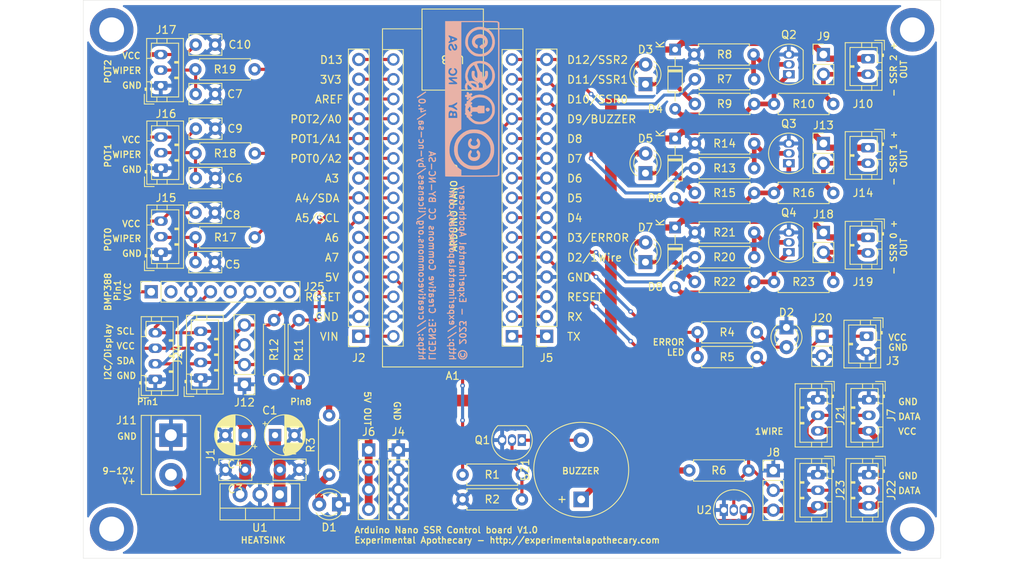
<source format=kicad_pcb>
(kicad_pcb (version 20221018) (generator pcbnew)
  (layers (0 "F.Cu" signal "Front") (31 "B.Cu" signal "Back") (34 "B.Paste" user) (35 "F.Paste" user) (36 "B.SilkS" user "B.Silkscreen") (37 "F.SilkS" user "F.Silkscreen") (38 "B.Mask" user) (39 "F.Mask" user) (44 "Edge.Cuts" user))
  (net 0 "")
  (net 1 "/D1")
  (net 2 "/D0")
  (net 3 "/RESET")
  (net 4 "GND")
  (net 5 "/1Wire_BUS")
  (net 6 "/D4")
  (net 7 "/D5")
  (net 8 "/D6")
  (net 9 "/D7")
  (net 10 "/D8")
  (net 11 "/SSR_Out0")
  (net 12 "/SSR_Out1")
  (net 13 "/SSR_Out2")
  (net 14 "/D13")
  (net 15 "/P3V3")
  (net 16 "/AREF")
  (net 17 "/SSR_Pot0")
  (net 18 "/SSR_Pot1")
  (net 19 "/SSR_Pot2")
  (net 20 "/A3")
  (net 21 "/SDA")
  (net 22 "/SCL")
  (net 23 "/A6")
  (net 24 "/A7")
  (net 25 "VCC")
  (net 26 "/RESET2")
  (net 27 "/VIN")
  (net 28 "Net-(J1-Pin_2)")
  (net 29 "Net-(D1-A)")
  (net 30 "Net-(D2-A)")
  (net 31 "Net-(D4-A)")
  (net 32 "Net-(J15-Pin_2)")
  (net 33 "Net-(BZ1-+)")
  (net 34 "Net-(Q1-B)")
  (net 35 "Net-(Q2-B)")
  (net 36 "Net-(Q3-B)")
  (net 37 "Net-(Q4-B)")
  (net 38 "/Pin_Buzzer")
  (net 39 "Net-(D3-K)")
  (net 40 "Net-(J16-Pin_2)")
  (net 41 "Net-(J17-Pin_2)")
  (net 42 "/Error_LED")
  (net 43 "Net-(D5-K)")
  (net 44 "Net-(D6-A)")
  (net 45 "Net-(D7-K)")
  (net 46 "Net-(D8-A)")
  (net 47 "Net-(J20-Pin_1)")
  (net 48 "Net-(J10-Pin_2)")
  (net 49 "Net-(J13-Pin_2)")
  (net 50 "Net-(J18-Pin_2)")
  (footprint "Resistor_THT:R_Axial_DIN0207_L6.3mm_D2.5mm_P7.62mm_Horizontal" (layer "F.Cu") (at 165.1 72.39)
    (fp_text reference "R20")
    (fp_text value "1k")
  )
  (footprint "Resistor_THT:R_Axial_DIN0207_L6.3mm_D2.5mm_P7.62mm_Horizontal" (layer "F.Cu") (at 100.925 48.26)
    (fp_text reference "R19")
    (fp_text value "127R")
  )
  (footprint "MountingHole:MountingHole_3.2mm_M3_DIN965_Pad" (layer "F.Cu") (at 90.17 107.315)
    (fp_text reference "REF**" hide)
    (fp_text value "MountingHole_3.2mm_M3_DIN965_Pad")
  )
  (footprint "LED_THT:LED_D3.0mm" (layer "F.Cu") (at 158.75 73.025 90)
    (fp_text reference "D7")
    (fp_text value "LED")
  )
  (footprint "Package_TO_SOT_THT:TO-92_Inline" (layer "F.Cu") (at 177.165 71.755 90)
    (fp_text reference "Q4")
    (fp_text value "BC338")
  )
  (footprint "Connector_JST:JST_PH_B2B-PH-K_1x02_P2.00mm_Vertical" (layer "F.Cu") (at 187.325 58.325 -90)
    (fp_text reference "J14")
    (fp_text value "Con_SSR_Out1")
  )
  (footprint "Connector_JST:JST_PH_B3B-PH-K_1x03_P2.00mm_Vertical" (layer "F.Cu") (at 187.44 100.33 -90)
    (fp_text reference "J22")
    (fp_text value "Con_1Wire_00")
  )
  (footprint "LED_THT:LED_D3.0mm" (layer "F.Cu") (at 158.75 61.595 90)
    (fp_text reference "D5")
    (fp_text value "LED")
  )
  (footprint "Resistor_THT:R_Axial_DIN0207_L6.3mm_D2.5mm_P7.62mm_Horizontal" (layer "F.Cu") (at 135.255 103.505)
    (fp_text reference "R2")
    (fp_text value "10k")
  )
  (footprint "Capacitor_THT:C_Rect_L4.0mm_W2.5mm_P2.50mm" (layer "F.Cu") (at 103.465 45.085 180)
    (fp_text reference "C10")
    (fp_text value "100n")
  )
  (footprint "Capacitor_THT:C_Rect_L4.0mm_W2.5mm_P2.50mm" (layer "F.Cu") (at 103.445 73.025 180)
    (fp_text reference "C5")
    (fp_text value "6n8")
  )
  (footprint "TerminalBlock:TerminalBlock_bornier-2_P5.08mm" (layer "F.Cu") (at 97.79 95.25 -90)
    (fp_text reference "J1")
    (fp_text value "PWR_IN")
  )
  (footprint "Resistor_THT:R_Axial_DIN0207_L6.3mm_D2.5mm_P7.62mm_Horizontal" (layer "F.Cu") (at 165.435 82.045)
    (fp_text reference "R4")
    (fp_text value "300R")
  )
  (footprint "Resistor_THT:R_Axial_DIN0207_L6.3mm_D2.5mm_P7.62mm_Horizontal" (layer "F.Cu") (at 135.255 100.33)
    (fp_text reference "R1")
    (fp_text value "1k")
  )
  (footprint "Diode_THT:D_DO-34_SOD68_P7.62mm_Horizontal" (layer "F.Cu") (at 162.56 45.715 -90)
    (fp_text reference "D4")
    (fp_text value "D")
  )
  (footprint "Connector_JST:JST_PH_B3B-PH-K_1x03_P2.00mm_Vertical" (layer "F.Cu") (at 180.89 100.33 -90)
    (fp_text reference "J23")
    (fp_text value "Con_1Wire_00")
  )
  (footprint "Resistor_THT:R_Axial_DIN0207_L6.3mm_D2.5mm_P7.62mm_Horizontal" (layer "F.Cu") (at 165.1 57.785)
    (fp_text reference "R14")
    (fp_text value "10k")
  )
  (footprint "Module:Arduino_Nano" (layer "F.Cu") (at 141.605 82.55 180)
    (fp_text reference "A1")
    (fp_text value "Arduino_Nano_v3.x")
  )
  (footprint "MountingHole:MountingHole_3.2mm_M3_DIN965_Pad" (layer "F.Cu") (at 193.04 43.18)
    (fp_text reference "REF**" hide)
    (fp_text value "MountingHole_3.2mm_M3_DIN965_Pad")
  )
  (footprint "Buzzer_Beeper:Buzzer_12x9.5RM7.6" (layer "F.Cu") (at 150.495 103.505 90)
    (fp_text reference "BZ1")
    (fp_text value "Buzzer")
  )
  (footprint "Package_TO_SOT_THT:TO-92_Inline" (layer "F.Cu") (at 168.825 104.87)
    (fp_text reference "U2")
    (fp_text value "DS18B20")
  )
  (footprint "Package_TO_SOT_THT:TO-92_Inline" (layer "F.Cu") (at 177.165 48.895 90)
    (fp_text reference "Q2")
    (fp_text value "BC338")
  )
  (footprint "Diode_THT:D_DO-34_SOD68_P7.62mm_Horizontal" (layer "F.Cu") (at 162.56 68.58 -90)
    (fp_text reference "D8")
    (fp_text value "D")
  )
  (footprint "Capacitor_THT:C_Rect_L4.0mm_W2.5mm_P2.50mm" (layer "F.Cu") (at 103.485 55.88 180)
    (fp_text reference "C9")
    (fp_text value "100n")
  )
  (footprint "Resistor_THT:R_Axial_DIN0207_L6.3mm_D2.5mm_P7.62mm_Horizontal" (layer "F.Cu") (at 111.04 80.47 -90)
    (fp_text reference "R12")
    (fp_text value "4k7")
  )
  (footprint "Connector_JST:JST_PH_B3B-PH-K_1x03_P2.00mm_Vertical" (layer "F.Cu") (at 187.44 90.71 -90)
    (fp_text reference "J7")
    (fp_text value "Con_1Wire_00")
  )
  (footprint "Connector_JST:JST_PH_B2B-PH-K_1x02_P2.00mm_Vertical" (layer "F.Cu") (at 187.325 69.85 -90)
    (fp_text reference "J19")
    (fp_text value "Con_SSR_Out0")
  )
  (footprint "Connector_PinSocket_2.54mm:PinSocket_1x15_P2.54mm_Vertical" (layer "F.Cu") (at 146.05 82.55 180)
    (fp_text reference "J5")
    (fp_text value "Conn_01x15_Pin")
  )
  (footprint "Diode_THT:D_DO-34_SOD68_P7.62mm_Horizontal" (layer "F.Cu") (at 162.56 57.145 -90)
    (fp_text reference "D6")
    (fp_text value "D")
  )
  (footprint "MountingHole:MountingHole_3.2mm_M3_DIN965_Pad" (layer "F.Cu") (at 193.04 107.315)
    (fp_text reference "REF**" hide)
    (fp_text value "MountingHole_3.2mm_M3_DIN965_Pad")
  )
  (footprint "Connector_PinSocket_2.54mm:PinSocket_1x15_P2.54mm_Vertical" (layer "F.Cu") (at 121.92 82.55 180)
    (fp_text reference "J2")
    (fp_text value "Conn_01x15_Pin")
  )
  (footprint "LED_THT:LED_D3.0mm" (layer "F.Cu") (at 158.75 50.165 90)
    (fp_text reference "D3")
    (fp_text value "LED")
  )
  (footprint "Resistor_THT:R_Axial_DIN0207_L6.3mm_D2.5mm_P7.62mm_Horizontal" (layer "F.Cu") (at 165.1 60.96)
    (fp_text reference "R13")
    (fp_text value "1k")
  )
  (footprint "Capacitor_THT:C_Rect_L4.0mm_W2.5mm_P2.50mm" (layer "F.Cu") (at 103.465 51.435 180)
    (fp_text reference "C7")
    (fp_text value "6n8")
  )
  (footprint "Capacitor_THT:CP_Radial_D5.0mm_P2.50mm" (layer "F.Cu") (at 111.165 95.25)
    (fp_text reference "C1")
    (fp_text value "0.33uF")
  )
  (footprint "Resistor_THT:R_Axial_DIN0207_L6.3mm_D2.5mm_P7.62mm_Horizontal" (layer "F.Cu") (at 175.26 75.565)
    (fp_text reference "R23")
    (fp_text value "120R")
  )
  (footprint "Connector_JST:JST_PH_B3B-PH-K_1x03_P2.00mm_Vertical" (layer "F.Cu") (at 96.48 50.355 90)
    (fp_text reference "J17")
    (fp_text value "Con_SSR_Pot_02")
  )
  (footprint "LED_THT:LED_D3.0mm" (layer "F.Cu") (at 176.865 81.41 -90)
    (fp_text reference "D2")
    (fp_text value "LED")
  )
  (footprint "Resistor_THT:R_Axial_DIN0207_L6.3mm_D2.5mm_P7.62mm_Horizontal" (layer "F.Cu") (at 165.1 49.53)
    (fp_text reference "R7")
    (fp_text value "1k")
  )
  (footprint "Connector_JST:JST_PH_B3B-PH-K_1x03_P2.00mm_Vertical" (layer "F.Cu") (at 96.5 71.755 90)
    (fp_text reference "J15")
    (fp_text value "Con_SSR_Pot_00")
  )
  (footprint "Capacitor_THT:C_Rect_L4.0mm_W2.5mm_P2.50mm" (layer "F.Cu") (at 111.78 99.695)
    (fp_text reference "C2")
    (fp_text value "C")
  )
  (footprint "Resistor_THT:R_Axial_DIN0207_L6.3mm_D2.5mm_P7.62mm_Horizontal" (layer "F.Cu") (at 100.945 69.85)
    (fp_text reference "R17")
    (fp_text value "127R")
  )
  (footprint "Connector_JST:JST_PH_B2B-PH-K_1x02_P2.00mm_Vertical" (layer "F.Cu") (at 187.325 46.895 -90)
    (fp_text reference "J10")
    (fp_text value "Con_SSR_Out2")
  )
  (footprint "Connector_PinHeader_2.54mm:PinHeader_1x03_P2.54mm_Vertical" (layer "F.Cu") (at 175.175 99.805)
    (fp_text reference "J8")
    (fp_text value "Con_1Wire_Pin")
  )
  (footprint "Connector_PinHeader_2.54mm:PinHeader_1x02_P2.54mm_Vertical" (layer "F.Cu") (at 181.61 46.355)
    (fp_text reference "J9")
    (fp_text value "Con_SSR_Pin2")
  )
  (footprint "Capacitor_THT:C_Rect_L4.0mm_W2.5mm_P2.50mm" (layer "F.Cu") (at 107.315 99.695 180)
    (fp_text reference "C3")
    (fp_text value "C")
  )
  (footprint "Capacitor_THT:C_Rect_L4.0mm_W2.5mm_P2.50mm" (layer "F.Cu") (at 103.485 62.23 180)
    (fp_text reference "C6")
    (fp_text value "6n8")
  )
  (footprint "Connector_PinHeader_2.54mm:PinHeader_1x02_P2.54mm_Vertical" (layer "F.Cu") (at 181.44 82.545)
    (fp_text reference "J20")
    (fp_text value "Con_Error_Led")
  )
  (footprint "Resistor_THT:R_Axial_DIN0207_L6.3mm_D2.5mm_P7.62mm_Horizontal" (layer "F.Cu") (at 175.26 64.135)
    (fp_text reference "R16")
    (fp_text value "120R")
  )
  (footprint "Connector_PinHeader_2.54mm:PinHeader_1x02_P2.54mm_Vertical" (layer "F.Cu") (at 181.61 57.78)
    (fp_text reference "J13")
    (fp_text value "Con_SSR_Pin1")
  )
  (footprint "Resistor_THT:R_Axial_DIN0207_L6.3mm_D2.5mm_P7.62mm_Horizontal" (layer "F.Cu") (at 114.215 80.47 -90)
    (fp_text reference "R11")
    (fp_text value "4k7")
  )
  (footprint "Resistor_THT:R_Axial_DIN0207_L6.3mm_D2.5mm_P7.62mm_Horizontal" (layer "F.Cu") (at 175.26 52.705)
    (fp_text reference "R10")
    (fp_text value "120R")
  )
  (footprint "Connector_PinSocket_2.54mm:PinSocket_1x08_P2.54mm_Vertical" (layer "F.Cu") (at 95.25 76.835 90)
    (fp_text reference "J25")
    (fp_text value "Conn_I2C_BMP388")
  )
  (footprint "Package_TO_SOT_THT:TO-220-3_Vertical" (layer "F.Cu") (at 111.76 102.87 180)
    (fp_text reference "U1")
    (fp_text value "LM7805_TO220")
  )
  (footprint "Connector_JST:JST_PH_B2B-PH-K_1x02_P2.00mm_Vertical" (layer "F.Cu") (at 187.155 82.55 -90)
    (fp_text reference "J3")
    (fp_text value "Con_Error_Led")
  )
  (footprint "Connector_JST:JST_PH_B3B-PH-K_1x03_P2.00mm_Vertical" (layer "F.Cu") (at 180.89 90.71 -90)
    (fp_text reference "J21")
    (fp_text value "Con_1Wire_00")
  )
  (footprint "MountingHole:MountingHole_3.2mm_M3_DIN965_Pad" (layer "F.Cu") (at 90.17 43.18)
    (fp_text reference "REF**" hide)
    (fp_text value "MountingHole_3.2mm_M3_DIN965_Pad")
  )
  (footprint "Resistor_THT:R_Axial_DIN0207_L6.3mm_D2.5mm_P7.62mm_Horizontal" (layer "F.Cu") (at 165.1 52.705)
    (fp_text reference "R9")
    (fp_text value "300R")
  )
  (footprint "Resistor_THT:R_Axial_DIN0207_L6.3mm_D2.5mm_P7.62mm_Horizontal" (layer "F.Cu") (at 100.945 59.055)
    (fp_text reference "R18")
    (fp_text value "127R")
  )
  (footprint "Connector_PinHeader_2.54mm:PinHeader_1x04_P2.54mm_Vertical" (layer "F.Cu") (at 123.19 97.155)
    (fp_text reference "J6")
    (fp_text value "5v_Pins")
  )
  (footprint "Resistor_THT:R_Axial_DIN0207_L6.3mm_D2.5mm_P7.62mm_Horizontal" (layer "F.Cu") (at 165.1 69.215)
    (fp_text reference "R21")
    (fp_text value "10k")
  )
  (footprint "Connector_JST:JST_PH_B3B-PH-K_1x03_P2.00mm_Vertical" (layer "F.Cu") (at 96.5 60.96 90)
    (fp_text reference "J16")
    (fp_text value "Con_SSR_Pot_01")
  )
  (footprint "Package_TO_SOT_THT:TO-92_Inline" (layer "F.Cu") (at 142.875 95.885 180)
    (fp_text reference "Q1")
    (fp_text value "BC338")
  )
  (footprint "Connector_PinHeader_2.54mm:PinHeader_1x02_P2.54mm_Vertical" (layer "F.Cu") (at 181.61 69.215)
    (fp_text reference "J18")
    (fp_text value "Con_SSR_Pin0")
  )
  (footprint "Capacitor_THT:CP_Radial_D5.0mm_P2.50mm" (layer "F.Cu") (at 107.275 95.25 180)
    (fp_text reference "C4")
    (fp_text value "0.1uF")
  )
  (footprint "Connector_PinHeader_2.54mm:PinHeader_1x04_P2.54mm_Vertical" (layer "F.Cu") (at 127 97.155)
    (fp_text reference "J4")
    (fp_text value "GND_Pins")
  )
  (footprint "Resistor_THT:R_Axial_DIN0207_L6.3mm_D2.5mm_P7.62mm_Horizontal" (layer "F.Cu") (at 165.435 85.22)
    (fp_text reference "R5")
    (fp_text value "300R")
  )
  (footprint "Capacitor_THT:C_Rect_L4.0mm_W2.5mm_P2.50mm" (layer "F.Cu") (at 103.445 66.675 180)
    (fp_text reference "C8")
    (fp_text value "100n")
  )
  (footprint "Package_TO_SOT_THT:TO-92_Inline" (layer "F.Cu") (at 177.165 60.325 90)
    (fp_text reference "Q3")
    (fp_text value "BC338")
  )
  (footprint "Resistor_THT:R_Axial_DIN0207_L6.3mm_D2.5mm_P7.62mm_Horizontal" (layer "F.Cu") (at 172 99.79 180)
    (fp_text reference "R6")
    (fp_text value "4k7")
  )
  (footprint "Connector_JST:JST_PH_B4B-PH-K_1x04_P2.00mm_Vertical" (layer "F.Cu") (at 101.6 87.915 90)
    (fp_text reference "J24")
    (fp_text value "Con_I2C_5V")
  )
  (footprint "Resistor_THT:R_Axial_DIN0207_L6.3mm_D2.5mm_P7.62mm_Horizontal" (layer "F.Cu") (at 165.1 75.565)
    (fp_text reference "R22")
    (fp_text value "300R")
  )
  (footprint "Connector_PinHeader_2.54mm:PinHeader_1x04_P2.54mm_Vertical" (layer "F.Cu") (at 107.23 88.725 180)
    (fp_text reference "J12")
    (fp_text value "Con_I2C_5V_Pin")
  )
  (footprint "LED_THT:LED_D3.0mm" (layer "F.Cu") (at 119.38 104.14 180)
    (fp_text reference "D1")
    (fp_text value "LED")
  )
  (footprint "Resistor_THT:R_Axial_DIN0207_L6.3mm_D2.5mm_P7.62mm_Horizontal" (layer "F.Cu") (at 165.015 46.355)
    (fp_text reference "R8")
    (fp_text value "10k")
  )
  (footprint "Connector_JST:JST_PH_B4B-PH-K_1x04_P2.00mm_Vertical" (layer "F.Cu") (at 95.78 88.09 90)
    (fp_text reference "J11")
    (fp_text value "Con_I2C_5V")
  )
  (footprint "Resistor_THT:R_Axial_DIN0207_L6.3mm_D2.5mm_P7.62mm_Horizontal" (layer "F.Cu") (at 165.1 64.135)
    (fp_text reference "R15")
    (fp_text value "300R")
  )
  (footprint "Resistor_THT:R_Axial_DIN0207_L6.3mm_D2.5mm_P7.62mm_Horizontal" (layer "F.Cu") (at 118.11 100.33 90)
    (fp_text reference "R3")
    (fp_text value "300R")
  )
  (footprint "LOGO" (layer "B.Cu") (at 136.525 52.07 90)
    (fp_text reference "G***")
    (fp_text value "LOGO" hide)
  )
  (gr_rect (start 86.525 39.37) (end 196.685 111.07) (stroke (width 0.0381)) (fill none) (layer "Edge.Cuts"))
  (gr_text "© 2023 - Experimental Apothecary\nhttp://experimentalapothecary.com\n\nLICENSE: Creative Commons CC BY-NC-SA\nhttps://creativecommons.org/licenses/by-nc-sa/4.0/" (at 129.54 85.725 -90) (layer "B.SilkS") (effects (font (size 0.8128 0.8128) (thickness 0.1524) bold) (justify left bottom mirror)))
  (gr_text "AREF" (at 116.205 52.705) (layer "F.SilkS") (effects (font (size 1 1)) (justify left bottom)))
  (gr_text "TX" (at 148.59 83.185) (layer "F.SilkS") (effects (font (size 1 1)) (justify left bottom)))
  (gr_text "POT1/A1" (at 113.03 57.785) (layer "F.SilkS") (effects (font (size 1 1)) (justify left bottom)))
  (gr_text "GND" (at 126.365 90.805 -90) (layer "F.SilkS") (effects (font (size 0.8128 0.8128) (thickness 0.1524) bold) (justify left bottom)))
  (gr_text "WIPER" (at 90.17 70.485) (layer "F.SilkS") (effects (font (size 0.8128 0.8128) (thickness 0.1524) bold) (justify left bottom)))
  (gr_text "WIPER" (at 90.17 48.895) (layer "F.SilkS") (effects (font (size 0.8128 0.8128) (thickness 0.1524) bold) (justify left bottom)))
  (gr_text "GND" (at 116.205 80.645) (layer "F.SilkS") (effects (font (size 1 1)) (justify left bottom)))
  (gr_text "1WIRE" (at 172.72 95.25) (layer "F.SilkS") (effects (font (size 0.8128 0.8128) (thickness 0.1524) bold) (justify left bottom)))
  (gr_text "9-12V" (at 88.9 100.33) (layer "F.SilkS") (effects (font (size 0.8128 0.8128) (thickness 0.1524) bold) (justify left bottom)))
  (gr_text "HEATSINK" (at 106.68 109.22) (layer "F.SilkS") (effects (font (size 0.8128 0.8128) (thickness 0.1524) bold) (justify left bottom)))
  (gr_text "BUZZER" (at 147.955 100.33) (layer "F.SilkS") (effects (font (size 0.8128 0.8128) (thickness 0.1524) bold) (justify left bottom)))
  (gr_text "D10/SSR0" (at 148.59 52.705) (layer "F.SilkS") (effects (font (size 1 1)) (justify left bottom)))
  (gr_text "D4" (at 148.59 67.945) (layer "F.SilkS") (effects (font (size 1 1)) (justify left bottom)))
  (gr_text "SDA" (at 90.72 86.185) (layer "F.SilkS") (effects (font (size 0.8128 0.8128) (thickness 0.1524) bold) (justify left bottom)))
  (gr_text "POT1" (at 90.17 60.96 90) (layer "F.SilkS") (effects (font (size 0.8128 0.8128) (thickness 0.1524) bold) (justify left bottom)))
  (gr_text "GND" (at 91.44 61.595) (layer "F.SilkS") (effects (font (size 0.8128 0.8128) (thickness 0.1524) bold) (justify left bottom)))
  (gr_text "D6" (at 148.59 62.865) (layer "F.SilkS") (effects (font (size 1 1)) (justify left bottom)))
  (gr_text "Pin1" (at 93.345 91.44) (layer "F.SilkS") (effects (font (size 0.8128 0.8128) (thickness 0.1524) bold) (justify left bottom)))
  (gr_text "ARDUINO NANO V3" (at 134.62 71.755 90) (layer "F.SilkS") (effects (font (size 0.8128 0.8128) (thickness 0.1524) bold) (justify left bottom)))
  (gr_text "5V" (at 117.475 75.565) (layer "F.SilkS") (effects (font (size 1 1)) (justify left bottom)))
  (gr_text "GND" (at 91.44 72.39) (layer "F.SilkS") (effects (font (size 0.8128 0.8128) (thickness 0.1524) bold) (justify left bottom)))
  (gr_text "GND" (at 191.135 91.44) (layer "F.SilkS") (effects (font (size 0.8128 0.8128) (thickness 0.1524) bold) (justify left bottom)))
  (gr_text "ERROR\nLED" (at 163.83 85.09) (layer "F.SilkS") (effects (font (size 0.8128 0.8128) (thickness 0.1524) bold) (justify right bottom)))
  (gr_text "VCC" (at 90.72 84.28) (layer "F.SilkS") (effects (font (size 0.8128 0.8128) (thickness 0.1524) bold) (justify left bottom)))
  (gr_text "A4/SDA" (at 113.665 65.405) (layer "F.SilkS") (effects (font (size 1 1)) (justify left bottom)))
  (gr_text "BMP388" (at 90.17 79.375 90) (layer "F.SilkS") (effects (font (size 0.8128 0.8128) (thickness 0.1524) bold) (justify left bottom)))
  (gr_text "GND" (at 90.805 95.885) (layer "F.SilkS") (effects (font (size 0.8128 0.8128) (thickness 0.1524) bold) (justify left bottom)))
  (gr_text "POT2/A0" (at 113.03 55.245) (layer "F.SilkS") (effects (font (size 1 1)) (justify left bottom)))
  (gr_text "GND" (at 148.59 75.565) (layer "F.SilkS") (effects (font (size 1 1)) (justify left bottom)))
  (gr_text "V+" (at 91.44 101.6) (layer "F.SilkS") (effects (font (size 0.8128 0.8128) (thickness 0.1524) bold) (justify left bottom)))
  (gr_text "D5" (at 148.59 65.405) (layer "F.SilkS") (effects (font (size 1 1)) (justify left bottom)))
  (gr_text "DATA" (at 191.135 102.87) (layer "F.SilkS") (effects (font (size 0.8128 0.8128) (thickness 0.1524) bold) (justify left bottom)))
  (gr_text "GND" (at 191.135 100.965) (layer "F.SilkS") (effects (font (size 0.8128 0.8128) (thickness 0.1524) bold) (justify left bottom)))
  (gr_text "5V OUT" (at 122.555 89.535 -90) (layer "F.SilkS") (effects (font (size 0.8128 0.8128) (thickness 0.1524) bold) (justify left bottom)))
  (gr_text "D12/SSR2" (at 148.59 47.625) (layer "F.SilkS") (effects (font (size 1 1)) (justify left bottom)))
  (gr_text "- SSR 2 +\nOUT" (at 192.405 48.26 90) (layer "F.SilkS") (effects (font (size 0.8128 0.8128) (thickness 0.1524) bold) (justify bottom)))
  (gr_text "POT2" (at 90.17 50.165 90) (layer "F.SilkS") (effects (font (size 0.8128 0.8128) (thickness 0.1524) bold) (justify left bottom)))
  (gr_text "VCC" (at 189.865 83.185) (layer "F.SilkS") (effects (font (size 0.8128 0.8128) (thickness 0.1524) bold) (justify left bottom)))
  (gr_text "Pin1\nVCC" (at 92.71 78.105 90) (layer "F.SilkS") (effects (font (size 0.8128 0.8128) (thickness 0.1524) bold) (justify left bottom)))
  (gr_text "- SSR 0 +\nOUT" (at 192.405 71.12 90) (layer "F.SilkS") (effects (font (size 0.8128 0.8128) (thickness 0.1524) bold) (justify bottom)))
  (gr_text "D7" (at 148.59 60.325) (layer "F.SilkS") (effects (font (size 1 1)) (justify left bottom)))
  (gr_text "GND" (at 90.72 88.09) (layer "F.SilkS") (effects (font (size 0.8128 0.8128) (thickness 0.1524) bold) (justify left bottom)))
  (gr_text "D13" (at 116.84 47.625) (layer "F.SilkS") (effects (font (size 1 1)) (justify left bottom)))
  (gr_text "POT0/A2" (at 113.03 60.325) (layer "F.SilkS") (effects (font (size 1 1)) (justify left bottom)))
  (gr_text "VCC" (at 91.44 46.99) (layer "F.SilkS") (effects (font (size 0.8128 0.8128) (thickness 0.1524) bold) (justify left bottom)))
  (gr_text "WIPER" (at 90.17 59.69) (layer "F.SilkS") (effects (font (size 0.8128 0.8128) (thickness 0.1524) bold) (justify left bottom)))
  (gr_text "A5/SCL" (at 113.665 67.945) (layer "F.SilkS") (effects (font (size 1 1)) (justify left bottom)))
  (gr_text "SCL" (at 90.72 82.375) (layer "F.SilkS") (effects (font (size 0.8128 0.8128) (thickness 0.1524) bold) (justify left bottom)))
  (gr_text "I2C/Display" (at 90.17 88.265 90) (layer "F.SilkS") (effects (font (size 0.8128 0.8128) (thickness 0.1524) bold) (justify left bottom)))
  (gr_text "GND" (at 189.865 84.455) (layer "F.SilkS") (effects (font (size 0.8128 0.8128) (thickness 0.1524) bold) (justify left bottom)))
  (gr_text "A7" (at 117.475 73.025) (layer "F.SilkS") (effects (font (size 1 1)) (justify left bottom)))
  (gr_text "POT0" (at 90.17 71.755 90) (layer "F.SilkS") (effects (font (size 0.8128 0.8128) (thickness 0.1524) bold) (justify left bottom)))
  (gr_text "VCC" (at 191.135 95.25) (layer "F.SilkS") (effects (font (size 0.8128 0.8128) (thickness 0.1524) bold) (justify left bottom)))
  (gr_text "D8" (at 148.59 57.785) (layer "F.SilkS") (effects (font (size 1 1)) (justify left bottom)))
  (gr_text "D11/SSR1" (at 148.59 50.165) (layer "F.SilkS") (effects (font (size 1 1)) (justify left bottom)))
  (gr_text "3V3" (at 116.84 50.165) (layer "F.SilkS") (effects (font (size 1 1)) (justify left bottom)))
  (gr_text "D2/1Wire" (at 148.59 73.025) (layer "F.SilkS") (effects (font (size 1 1)) (justify left bottom)))
  (gr_text "GND" (at 91.44 50.8) (layer "F.SilkS") (effects (font (size 0.8128 0.8128) (thickness 0.1524) bold) (justify left bottom)))
  (gr_text "A3" (at 117.475 62.865) (layer "F.SilkS") (effects (font (size 1 1)) (justify left bottom)))
  (gr_text "D9/BUZZER" (at 148.59 55.245) (layer "F.SilkS") (effects (font (size 1 1)) (justify left bottom)))
  (gr_text "Arduino Nano SSR Control board V1.0\nExperimental Apothecary - http://experimentalapothecary.com" (at 121.285 109.22) (layer "F.SilkS") (effects (font (size 0.8128 0.8128) (thickness 0.1524) bold) (justify left bottom)))
  (gr_text "RESET" (at 148.59 78.105) (layer "F.SilkS") (effects (font (size 1 1)) (justify left bottom)))
  (gr_text "RX" (at 148.59 80.645) (layer "F.SilkS") (effects (font (size 1 1)) (justify left bottom)))
  (gr_text "DATA" (at 191.135 93.345) (layer "F.SilkS") (effects (font (size 0.8128 0.8128) (thickness 0.1524) bold) (justify left bottom)))
  (gr_text "RESET" (at 114.935 78.105) (layer "F.SilkS") (effects (font (size 1 1)) (justify left bottom)))
  (gr_text "A6" (at 117.475 70.485) (layer "F.SilkS") (effects (font (size 1 1)) (justify left bottom)))
  (gr_text "VCC" (at 91.44 68.58) (layer "F.SilkS") (effects (font (size 0.8128 0.8128) (thickness 0.1524) bold) (justify left bottom)))
  (gr_text "VCC" (at 91.44 57.785) (layer "F.SilkS") (effects (font (size 0.8128 0.8128) (thickness 0.1524) bold) (justify left bottom)))
  (gr_text "- SSR 1 +\nOUT" (at 192.405 59.69 90) (layer "F.SilkS") (effects (font (size 0.8128 0.8128) (thickness 0.1524) bold) (justify bottom)))
  (gr_text "Pin8" (at 113.03 91.44) (layer "F.SilkS") (effects (font (size 0.8128 0.8128) (thickness 0.1524) bold) (justify left bottom)))
  (gr_text "D3/ERROR" (at 148.59 70.485) (layer "F.SilkS") (effects (font (size 1 1)) (justify left bottom)))
  (gr_text "VIN" (at 116.84 83.185) (layer "F.SilkS") (effects (font (size 1 1)) (justify left bottom)))
  (segment (start 141.605 82.55) (end 146.05 82.55) (width 0.4) (layer "F.Cu") (net 1))
  (segment (start 141.605 80.01) (end 146.05 80.01) (width 0.4) (layer "F.Cu") (net 2))
  (segment (start 141.605 77.47) (end 146.05 77.47) (width 0.4) (layer "F.Cu") (net 3))
  (segment (start 180.875 102.345) (end 180.89 102.33) (width 0.4) (layer "F.Cu") (net 5))
  (segment (start 172.62 99.79) (end 172 99.79) (width 0.4) (layer "F.Cu") (net 5))
  (segment (start 170.095 101.695) (end 170.095 104.87) (width 0.4) (layer "F.Cu") (net 5))
  (segment (start 186.679365 102.33) (end 179.515 95.165635) (width 0.4) (layer "F.Cu") (net 5))
  (segment (start 172 99.79) (end 170.095 101.695) (width 0.4) (layer "F.Cu") (net 5))
  (segment (start 152.4 78.74) (end 146.05 72.39) (width 0.4) (layer "F.Cu") (net 5))
  (segment (start 175.255 102.425) (end 175.175 102.345) (width 0.4) (layer "F.Cu") (net 5))
  (segment (start 187.44 102.33) (end 188.165 102.33) (width 0.4) (layer "F.Cu") (net 5))
  (segment (start 179.515 94.085) (end 180.89 92.71) (width 0.4) (layer "F.Cu") (net 5))
  (segment (start 172 99.79) (end 172 98.34) (width 0.4) (layer "F.Cu") (net 5))
  (segment (start 172 98.34) (end 156.845 83.185) (width 0.4) (layer "F.Cu") (net 5))
  (segment (start 180.89 102.33) (end 187.44 102.33) (width 0.4) (layer "F.Cu") (net 5))
  (segment (start 187.44 102.33) (end 186.679365 102.33) (width 0.4) (layer "F.Cu") (net 5))
  (segment (start 175.175 102.345) (end 172.62 99.79) (width 0.4) (layer "F.Cu") (net 5))
  (segment (start 175.175 102.345) (end 180.875 102.345) (width 0.4) (layer "F.Cu") (net 5))
  (segment (start 180.89 92.71) (end 187.44 92.71) (width 0.4) (layer "F.Cu") (net 5))
  (segment (start 179.515 95.165635) (end 179.515 94.085) (width 0.4) (layer "F.Cu") (net 5))
  (segment (start 141.605 72.39) (end 146.05 72.39) (width 0.4) (layer "F.Cu") (net 5))
  (via (at 152.4 78.74) (size 0.6) (drill 0.3) (layers "F.Cu" "B.Cu") (net 5))
  (via (at 156.845 83.185) (size 0.6) (drill 0.3) (layers "F.Cu" "B.Cu") (net 5))
  (segment (start 156.845 83.185) (end 152.4 78.74) (width 0.4) (layer "B.Cu") (net 5))
  (segment (start 141.605 67.31) (end 146.05 67.31) (width 0.4) (layer "F.Cu") (net 6))
  (segment (start 141.605 64.77) (end 146.05 64.77) (width 0.4) (layer "F.Cu") (net 7))
  (segment (start 141.605 62.23) (end 146.05 62.23) (width 0.4) (layer "F.Cu") (net 8))
  (segment (start 141.605 59.69) (end 146.05 59.69) (width 0.4) (layer "F.Cu") (net 9))
  (segment (start 141.605 57.15) (end 146.05 57.15) (width 0.4) (layer "F.Cu") (net 10))
  (segment (start 151.765 71.755) (end 152.4 71.755) (width 0.4) (layer "F.Cu") (net 11))
  (segment (start 146.05 52.07) (end 149.86 55.88) (width 0.4) (layer "F.Cu") (net 11))
  (segment (start 149.86 69.85) (end 151.765 71.755) (width 0.4) (layer "F.Cu") (net 11))
  (segment (start 141.605 52.07) (end 146.05 52.07) (width 0.4) (layer "F.Cu") (net 11))
  (segment (start 149.86 55.88) (end 149.86 69.85) (width 0.4) (layer "F.Cu") (net 11))
  (via (at 152.4 71.755) (size 0.6) (drill 0.3) (layers "F.Cu" "B.Cu") (net 11))
  (segment (start 163.96863 72.39) (end 165.1 72.39) (width 0.4) (layer "B.Cu") (net 11))
  (segment (start 156.21 75.565) (end 160.79363 75.565) (width 0.4) (layer "B.Cu") (net 11))
  (segment (start 160.79363 75.565) (end 163.96863 72.39) (width 0.4) (layer "B.Cu") (net 11))
  (segment (start 152.4 71.755) (end 156.21 75.565) (width 0.4) (layer "B.Cu") (net 11))
  (segment (start 151.765 55.245) (end 151.765 59.69) (width 0.4) (layer "F.Cu") (net 12))
  (segment (start 141.605 49.53) (end 146.05 49.53) (width 0.4) (layer "F.Cu") (net 12))
  (segment (start 146.05 49.53) (end 151.765 55.245) (width 0.4) (layer "F.Cu") (net 12))
  (via (at 151.765 59.69) (size 0.6) (drill 0.3) (layers "F.Cu" "B.Cu") (net 12))
  (segment (start 156.21 64.135) (end 160.79363 64.135) (width 0.4) (layer "B.Cu") (net 12))
  (segment (start 163.96863 60.96) (end 165.1 60.96) (width 0.4) (layer "B.Cu") (net 12))
  (segment (start 151.765 59.69) (end 156.21 64.135) (width 0.4) (layer "B.Cu") (net 12))
  (segment (start 160.79363 64.135) (end 163.96863 60.96) (width 0.4) (layer "B.Cu") (net 12))
  (segment (start 141.605 46.99) (end 146.05 46.99) (width 0.4) (layer "F.Cu") (net 13))
  (segment (start 147.32 46.99) (end 151.765 51.435) (width 0.4) (layer "F.Cu") (net 13))
  (segment (start 146.05 46.99) (end 147.32 46.99) (width 0.4) (layer "F.Cu") (net 13))
  (via (at 151.765 51.435) (size 0.6) (drill 0.3) (layers "F.Cu" "B.Cu") (net 13))
  (segment (start 151.765 51.435) (end 153.035 52.705) (width 0.4) (layer "B.Cu") (net 13))
  (segment (start 160.02 52.705) (end 161.16 51.565) (width 0.4) (layer "B.Cu") (net 13))
  (segment (start 161.16 51.565) (end 163.065 51.565) (width 0.4) (layer "B.Cu") (net 13))
  (segment (start 153.035 52.705) (end 160.02 52.705) (width 0.4) (layer "B.Cu") (net 13))
  (segment (start 163.065 51.565) (end 165.1 49.53) (width 0.4) (layer "B.Cu") (net 13))
  (segment (start 126.365 46.99) (end 121.92 46.99) (width 0.4) (layer "F.Cu") (net 14))
  (segment (start 126.365 49.53) (end 121.92 49.53) (width 0.4) (layer "F.Cu") (net 15))
  (segment (start 126.365 52.07) (end 121.92 52.07) (width 0.4) (layer "F.Cu") (net 16))
  (segment (start 118.725 59.69) (end 121.92 59.69) (width 0.4) (layer "F.Cu") (net 17))
  (segment (start 108.565 69.85) (end 118.725 59.69) (width 0.4) (layer "F.Cu") (net 17))
  (segment (start 126.365 59.69) (end 121.92 59.69) (width 0.4) (layer "F.Cu") (net 17))
  (segment (start 108.565 59.055) (end 116.84 59.055) (width 0.4) (layer "F.Cu") (net 18))
  (segment (start 118.745 57.15) (end 121.92 57.15) (width 0.4) (layer "F.Cu") (net 18))
  (segment (start 116.84 59.055) (end 118.745 57.15) (width 0.4) (layer "F.Cu") (net 18))
  (segment (start 126.365 57.15) (end 121.92 57.15) (width 0.4) (layer "F.Cu") (net 18))
  (segment (start 111.76 48.26) (end 118.11 54.61) (width 0.4) (layer "F.Cu") (net 19))
  (segment (start 118.11 54.61) (end 121.92 54.61) (width 0.4) (layer "F.Cu") (net 19))
  (segment (start 126.365 54.61) (end 121.92 54.61) (width 0.4) (layer "F.Cu") (net 19))
  (segment (start 108.545 48.26) (end 111.76 48.26) (width 0.4) (layer "F.Cu") (net 19))
  (segment (start 126.365 62.23) (end 121.92 62.23) (width 0.4) (layer "F.Cu") (net 20))
  (segment (start 101.6 85.915) (end 105.325 85.915) (width 0.4) (layer "F.Cu") (net 21))
  (segment (start 120.015 64.77) (end 121.92 64.77) (width 0.4) (layer "F.Cu") (net 21))
  (segment (start 108.5 86.185) (end 114.215 80.47) (width 0.4) (layer "F.Cu") (net 21))
  (segment (start 105.325 85.915) (end 106.96 85.915) (width 0.4) (layer "F.Cu") (net 21))
  (segment (start 116.84 77.47) (end 116.84 67.945) (width 0.4) (layer "F.Cu") (net 21))
  (segment (start 106.96 85.915) (end 107.23 86.185) (width 0.4) (layer "F.Cu") (net 21))
  (segment (start 95.78 86.09) (end 101.425 86.09) (width 0.4) (layer "F.Cu") (net 21))
  (segment (start 126.365 64.77) (end 121.92 64.77) (width 0.4) (layer "F.Cu") (net 21))
  (segment (start 101.115 86.09) (end 101.21 86.185) (width 0.4) (layer "F.Cu") (net 21))
  (segment (start 107.23 86.185) (end 108.5 86.185) (width 0.4) (layer "F.Cu") (net 21))
  (segment (start 101.425 86.09) (end 101.6 85.915) (width 0.4) (layer "F.Cu") (net 21))
  (segment (start 116.84 67.945) (end 120.015 64.77) (width 0.4) (layer "F.Cu") (net 21))
  (segment (start 114.215 80.47) (end 116.38 80.47) (width 0.4) (layer "F.Cu") (net 21))
  (segment (start 116.38 80.47) (end 116.84 80.01) (width 0.4) (layer "F.Cu") (net 21))
  (via (at 116.84 67.31) (size 0.6) (drill 0.3) (layers "F.Cu" "B.Cu") (net 21))
  (via (at 116.84 80.01) (size 0.6) (drill 0.3) (layers "F.Cu" "B.Cu") (net 21))
  (via (at 116.84 77.47) (size 0.6) (drill 0.3) (layers "F.Cu" "B.Cu") (net 21))
  (segment (start 107.95 76.835) (end 104.775 80.01) (width 0.4) (layer "B.Cu") (net 21))
  (segment (start 96.79 86.09) (end 95.78 86.09) (width 0.4) (layer "B.Cu") (net 21))
  (segment (start 99.06 83.82) (end 96.79 86.09) (width 0.4) (layer "B.Cu") (net 21))
  (segment (start 100.965 80.01) (end 99.06 81.915) (width 0.4) (layer "B.Cu") (net 21))
  (segment (start 99.06 81.915) (end 99.06 83.82) (width 0.4) (layer "B.Cu") (net 21))
  (segment (start 104.775 80.01) (end 100.965 80.01) (width 0.4) (layer "B.Cu") (net 21))
  (segment (start 116.84 80.01) (end 116.84 77.47) (width 0.4) (layer "B.Cu") (net 21))
  (segment (start 101.6 81.915) (end 106.42 81.915) (width 0.4) (layer "F.Cu") (net 22))
  (segment (start 119.38 69.85) (end 121.92 67.31) (width 0.4) (layer "F.Cu") (net 22))
  (segment (start 97.155 80.01) (end 95.78 81.385) (width 0.4) (layer "F.Cu") (net 22))
  (segment (start 107.23 81.105) (end 110.405 81.105) (width 0.4) (layer "F.Cu") (net 22))
  (segment (start 95.78 82.09) (end 101.425 82.09) (width 0.4) (layer "F.Cu") (net 22))
  (segment (start 118.11 78.74) (end 119.38 77.47) (width 0.4) (layer "F.Cu") (net 22))
  (segment (start 126.365 67.31) (end 121.92 67.31) (width 0.4) (layer "F.Cu") (net 22))
  (segment (start 106.42 81.915) (end 107.23 81.105) (width 0.4) (layer "F.Cu") (net 22))
  (segment (start 102.87 76.835) (end 99.695 80.01) (width 0.4) (layer "F.Cu") (net 22))
  (segment (start 95.78 81.385) (end 95.78 82.09) (width 0.4) (layer "F.Cu") (net 22))
  (segment (start 99.695 80.01) (end 97.155 80.01) (width 0.4) (layer "F.Cu") (net 22))
  (segment (start 111.04 80.47) (end 112.77 78.74) (width 0.4) (layer "F.Cu") (net 22))
  (segment (start 112.77 78.74) (end 118.11 78.74) (width 0.4) (layer "F.Cu") (net 22))
  (segment (start 119.38 77.47) (end 119.38 69.85) (width 0.4) (layer "F.Cu") (net 22))
  (segment (start 110.405 81.105) (end 111.04 80.47) (width 0.4) (layer "F.Cu") (net 22))
  (segment (start 101.425 82.09) (end 101.6 81.915) (width 0.4) (layer "F.Cu") (net 22))
  (segment (start 126.365 69.85) (end 121.92 69.85) (width 0.4) (layer "F.Cu") (net 23))
  (segment (start 126.365 72.39) (end 121.92 72.39) (width 0.4) (layer "F.Cu") (net 24))
  (segment (start 114.215 90.72) (end 114.3 90.805) (width 0.8) (layer "F.Cu") (net 25))
  (segment (start 100.945 66.675) (end 97.58 66.675) (width 0.4) (layer "F.Cu") (net 25))
  (segment (start 154.305 47.625) (end 154.94 46.99) (width 1.5) (layer "F.Cu") (net 25))
  (segment (start 187.44 94.71) (end 180.89 94.71) (width 0.8) (layer "F.Cu") (net 25))
  (segment (start 101.6 83.915) (end 106.96 83.915) (width 0.4) (layer "F.Cu") (net 25))
  (segment (start 123.19 104.775) (end 123.19 102.235) (width 1) (layer "F.Cu") (net 25))
  (segment (start 182.15 46.895) (end 181.61 46.355) (width 0.8) (layer "F.Cu") (net 25))
  (segment (start 187.325 69.85) (end 182.245 69.85) (width 0.8) (layer "F.Cu") (net 25))
  (segment (start 91.44 81.28) (end 91.44 76.835) (width 1.5) (layer "F.Cu") (net 25))
  (segment (start 106.96 83.915) (end 107.23 83.645) (width 0.4) (layer "F.Cu") (net 25))
  (segment (start 187.44 94.71) (end 189.065 96.335) (width 0.8) (layer "F.Cu") (net 25))
  (segment (start 162.56 57.145) (end 154.31 57.145) (width 0.8) (layer "F.Cu") (net 25))
  (segment (start 123.19 102.235) (end 123.19 99.695) (width 1) (layer "F.Cu") (net 25))
  (segment (start 158.75 70.485) (end 154.305 70.485) (width 0.8) (layer "F.Cu") (net 25))
  (segment (start 92.257362 46.537361) (end 92.439723 46.355) (width 0.6) (layer "F.Cu") (net 25))
  (segment (start 163.425 67.715) (end 162.56 68.58) (width 0.8) (layer "F.Cu") (net 25))
  (segment (start 123.19 90.805) (end 128.27 90.805) (width 1.5) (layer "F.Cu") (net 25))
  (segment (start 182.155 58.325) (end 181.61 57.78) (width 0.8) (layer "F.Cu") (net 25))
  (segment (start 154.305 59.055) (end 154.305 57.15) (width 1.5) (layer "F.Cu") (net 25))
  (segment (start 156.215 45.715) (end 156.21 45.72) (width 0.8) (layer "F.Cu") (net 25))
  (segment (start 162.2425 100.9625) (end 162.2425 99.3775) (width 0.8) (layer "F.Cu") (net 25))
  (segment (start 154.305 90.17) (end 154.305 70.485) (width 1.5) (layer "F.Cu") (net 25))
  (segment (start 104.14 90.805) (end 94.615 90.805) (width 1.5) (layer "F.Cu") (net 25))
  (segment (start 175.175 104.885) (end 180.335 104.885) (width 0.8) (layer "F.Cu") (net 25))
  (segment (start 107.275 93.94) (end 110.41 90.805) (width 1.5) (layer "F.Cu") (net 25))
  (segment (start 118.11 92.71) (end 118.11 90.805) (width 0.8) (layer "F.Cu") (net 25))
  (segment (start 91.44 67.945) (end 91.44 57.15) (width 1.5) (layer "F.Cu") (net 25))
  (segment (start 162.655 99.79) (end 162.2425 99.3775) (width 0.8) (layer "F.Cu") (net 25))
  (segment (start 187.325 58.325) (end 182.155 58.325) (width 0.8) (layer "F.Cu") (net 25))
  (segment (start 126.365 74.93) (end 121.92 74.93) (width 0.4) (layer "F.Cu") (net 25))
  (segment (start 118.11 90.805) (end 123.19 90.805) (width 1.5) (layer "F.Cu") (net 25))
  (segment (start 154.305 57.15) (end 154.305 47.625) (width 1.5) (layer "F.Cu") (net 25))
  (segment (start 95.78 84.09) (end 101.425 84.09) (width 0.4) (layer "F.Cu") (net 25))
  (segment (start 180.11 67.715) (end 163.425 67.715) (width 0.8) (layer "F.Cu") (net 25))
  (segment (start 96.48 46.355) (end 99.695 46.355) (width 0.4) (layer "F.Cu") (net 25))
  (segment (start 181.61 46.355) (end 180.11 44.855) (width 0.8) (layer "F.Cu") (net 25))
  (segment (start 114.215 88.09) (end 114.215 90.72) (width 0.8) (layer "F.Cu") (net 25))
  (segment (start 114.3 90.805) (end 114.935 90.805) (width 1.5) (layer "F.Cu") (net 25))
  (segment (start 189.065 96.335) (end 189.065 103.67) (width 0.8) (layer "F.Cu") (net 25))
  (segment (start 91.44 57.15) (end 91.44 47.354723) (width 1.5) (layer "F.Cu") (net 25))
  (segment (start 171.365 104.87) (end 175.16 104.87) (width 0.8) (layer "F.Cu") (net 25))
  (segment (start 128.27 76.835) (end 128.27 90.805) (width 0.4) (layer "F.Cu") (net 25))
  (segment (start 96.5 67.755) (end 91.63 67.755) (width 0.4) (layer "F.Cu") (net 25))
  (segment (start 181.61 69.215) (end 180.11 67.715) (width 0.8) (layer "F.Cu") (net 25))
  (segment (start 154.31 57.145) (end 154.305 57.15) (width 0.8) (layer "F.Cu") (net 25))
  (segment (start 91.63 67.755) (end 91.44 67.945) (width 0.4) (layer "F.Cu") (net 25))
  (segment (start 162.2425 99.3775) (end 161.29 98.425) (width 0.8) (layer "F.Cu") (net 25))
  (segment (start 91.44 76.835) (end 91.44 67.945) (width 1.5) (layer "F.Cu") (net 25))
  (segment (start 92.439723 46.355) (end 96.48 46.355) (width 0.6) (layer "F.Cu") (net 25))
  (segment (start 150.495 103.505) (end 152.4 101.6) (width 0.8) (layer "F.Cu") (net 25))
  (segment (start 101.425 84.09) (end 101.6 83.915) (width 0.4) (layer "F.Cu") (net 25))
  (segment (start 163.42 44.855) (end 162.56 45.715) (width 0.8) (layer "F.Cu") (net 25))
  (segment (start 95.78 84.09) (end 90.91 84.09) (width 0.4) (layer "F.Cu") (net 25))
  (segment (start 155.575 47.625) (end 154.94 46.99) (width 0.8) (layer "F.Cu") (net 25))
  (segment (start 187.325 46.895) (end 182.15 46.895) (width 0.8) (layer "F.Cu") (net 25))
  (segment (start 167.7 106.42) (end 162.2425 100.9625) (width 0.8) (layer "F.Cu") (net 25))
  (segment (start 107.315 99.695) (end 107.315 95.29) (width 1.5) (layer "F.Cu") (net 25))
  (segment (start 171.365 104.87) (end 171.365 106.42) (width 0.8) (layer "F.Cu") (net 25))
  (segment (start 152.4 90.805) (end 153.67 90.805) (width 1.5) (layer "F.Cu") (net 25))
  (segment (start 99.695 46.355) (end 100.965 45.085) (width 0.4) (layer "F.Cu") (net 25))
  (segment (start 114.935 90.805) (end 116.84 90.805) (width 1.5) (layer "F.Cu") (net 25))
  (segment (start 162.56 45.715) (end 156.215 45.715) (width 0.8) (layer "F.Cu") (net 25))
  (segment (start 90.91 84.09) (end 90.72 84.28) (width 0.4) (layer "F.Cu") (net 25))
  (segment (start 180.335 104.885) (end 180.89 104.33) (width 0.8) (layer "F.Cu") (net 25))
  (segment (start 153.67 90.805) (end 154.305 90.17) (width 1.5) (layer "F.Cu") (net 25))
  (segment (start 110.41 90.805) (end 114.3 90.805) (width 1.5) (layer "F.Cu") (net 25))
  (segment (start 106.68 101.6) (end 107.315 100.965) (width 1.5) (layer "F.Cu") (net 25))
  (segment (start 180.115 56.285) (end 163.42 56.285) (width 0.8) (layer "F.Cu") (net 25))
  (segment (start 111.04 88.09) (end 114.215 88.09) (width 0.8) (layer "F.Cu") (net 25))
  (segment (start 181.61 57.78) (end 180.115 56.285) (width 0.8) (layer "F.Cu") (net 25))
  (segment (start 163.42 56.285) (end 162.56 57.145) (width 0.8) (layer "F.Cu") (net 25))
  (segment (start 152.4 101.6) (end 152.4 90.805) (width 0.8) (layer "F.Cu") (net 25))
  (segment (start 162.56 68.58) (end 154.305 68.58) (width 0.8) (layer "F.Cu") (net 25))
  (segment (start 94.615 90.805) (end 91.44 87.63) (width 1.5) (layer "F.Cu") (net 25))
  (segment (start 128.27 90.805) (end 152.4 90.805) (width 1.5) (layer "F.Cu") (net 25))
  (segment (start 91.63 56.96) (end 91.44 57.15) (width 0.4) (layer "F.Cu") (net 25))
  (segment (start 107.275 95.25) (end 107.275 93.94) (width 1.5) (layer "F.Cu") (net 25))
  (segment (start 107.315 100.965) (end 107.315 99.695) (width 1.5) (layer "F.Cu") (net 25))
  (segment (start 158.75 47.625) (end 155.575 47.625) (width 0.8) (layer "F.Cu") (net 25))
  (segment (start 99.905 56.96) (end 100.985 55.88) (width 0.4) (layer "F.Cu") (net 25))
  (segment (start 91.44 47.354723) (end 92.257362 46.537361) (width 1.5) (layer "F.Cu") (net 25))
  (segment (start 106.68 102.87) (end 106.68 101.6) (width 1.5) (layer "F.Cu") (net 25))
  (segment (start 97.58 66.675) (end 96.5 67.755) (width 0.4) (layer "F.Cu") (net 25))
  (segment (start 161.29 98.425) (end 153.67 90.805) (width 0.8) (layer "F.Cu") (net 25))
  (segment (start 171.365 106.42) (end 167.7 106.42) (width 0.8) (layer "F.Cu") (net 25))
  (segment (start 175.16 104.87) (end 175.175 104.885) (width 0.8) (layer "F.Cu") (net 25))
  (segment (start 123.19 97.155) (end 123.19 90.805) (width 1) (layer "F.Cu") (net 25))
  (segment (start 164.38 99.79) (end 162.655 99.79) (width 0.8) (layer "F.Cu") (net 25))
  (segment (start 154.94 46.99) (end 156.21 45.72) (width 1.5) (layer "F.Cu") (net 25))
  (segment (start 91.44 87.63) (end 91.44 80.47) (width 1.5) (layer "F.Cu") (net 25))
  (segment (start 126.365 74.93) (end 128.27 76.835) (width 0.4) (layer "F.Cu") (net 25))
  (segment (start 180.89 104.33) (end 187.44 104.33) (width 0.8) (layer "F.Cu") (net 25))
  (segment (start 189.065 103.67) (end 188.405 104.33) (width 0.8) (layer "F.Cu") (net 25))
  (segment (start 123.19 99.695) (end 123.19 97.155) (width 1) (layer "F.Cu") (net 25))
  (segment (start 107.275 93.94) (end 104.14 90.805) (width 1.5) (layer "F.Cu") (net 25))
  (segment (start 180.11 44.855) (end 163.42 44.855) (width 0.8) (layer "F.Cu") (net 25))
  (segment (start 154.305 70.485) (end 154.305 68.58) (width 1.5) (layer "F.Cu") (net 25))
  (segment (start 96.5 56.96) (end 99.905 56.96) (width 0.4) (layer "F.Cu") (net 25))
  (segment (start 188.405 104.33) (end 187.44 104.33) (width 0.8) (layer "F.Cu") (net 25))
  (segment (start 154.305 68.58) (end 154.305 59.055) (width 1.5) (layer "F.Cu") (net 25))
  (segment (start 182.245 69.85) (end 181.61 69.215) (width 0.8) (layer "F.Cu") (net 25))
  (segment (start 96.5 56.96) (end 91.63 56.96) (width 0.4) (layer "F.Cu") (net 25))
  (segment (start 107.315 95.29) (end 107.275 95.25) (width 1.5) (layer "F.Cu") (net 25))
  (segment (start 95.25 76.835) (end 91.44 76.835) (width 0.4) (layer "F.Cu") (net 25))
  (segment (start 158.75 59.055) (end 154.305 59.055) (width 0.8) (layer "F.Cu") (net 25))
  (segment (start 116.84 90.805) (end 118.11 90.805) (width 1.5) (layer "F.Cu") (net 25))
  (segment (start 126.365 77.47) (end 121.92 77.47) (width 0.4) (layer "F.Cu") (net 26))
  (segment (start 126.365 82.55) (end 121.92 82.55) (width 0.4) (layer "F.Cu") (net 27))
  (segment (start 111.125 97.79) (end 111.165 97.75) (width 1.5) (layer "F.Cu") (net 28))
  (segment (start 111.78 99.695) (end 111.78 98.445) (width 1.5) (layer "F.Cu") (net 28))
  (segment (start 111.76 102.87) (end 111.76 99.715) (width 1.5) (layer "F.Cu") (net 28))
  (segment (start 111.76 99.715) (end 111.78 99.695) (width 1.5) (layer "F.Cu") (net 28))
  (segment (start 111.085 106.045) (end 111.76 105.37) (width 1.5) (layer "F.Cu") (net 28))
  (segment (start 97.79 100.33) (end 103.505 106.045) (width 1.5) (layer "F.Cu") (net 28))
  (segment (start 111.76 105.37) (end 111.76 102.87) (width 1.5) (layer "F.Cu") (net 28))
  (segment (start 111.165 97.75) (end 111.165 95.25) (width 1.5) (layer "F.Cu") (net 28))
  (segment (start 111.78 98.445) (end 111.125 97.79) (width 1.5) (layer "F.Cu") (net 28))
  (segment (start 103.505 106.045) (end 111.085 106.045) (width 1.5) (layer "F.Cu") (net 28))
  (segment (start 116.84 101.6) (end 116.84 104.14) (width 1) (layer "F.Cu") (net 29))
  (segment (start 118.11 100.33) (end 116.84 101.6) (width 1) (layer "F.Cu") (net 29))
  (segment (start 173.055 82.045) (end 174.96 83.95) (width 0.4) (layer "F.Cu") (net 30))
  (segment (start 174.96 83.95) (end 176.865 83.95) (width 0.4) (layer "F.Cu") (net 30))
  (segment (start 171.32 54.105) (end 172.72 52.705) (width 0.6) (layer "F.Cu") (net 31))
  (segment (start 162.56 53.335) (end 163.33 54.105) (width 0.6) (layer "F.Cu") (net 31))
  (segment (start 175.26 52.705) (end 175.26 50.8) (width 0.6) (layer "F.Cu") (net 31))
  (segment (start 172.72 52.705) (end 175.26 52.705) (width 0.6) (layer "F.Cu") (net 31))
  (segment (start 175.26 50.8) (end 177.165 48.895) (width 0.6) (layer "F.Cu") (net 31))
  (segment (start 163.33 54.105) (end 171.32 54.105) (width 0.6) (layer "F.Cu") (net 31))
  (segment (start 100.945 69.85) (end 96.595 69.85) (width 0.4) (layer "F.Cu") (net 32))
  (segment (start 96.595 69.85) (end 96.5 69.755) (width 0.4) (layer "F.Cu") (net 32))
  (segment (start 100.945 73.025) (end 100.945 69.85) (width 0.4) (layer "F.Cu") (net 32))
  (segment (start 150.495 95.905) (end 142.895 95.905) (width 0.4) (layer "F.Cu") (net 33))
  (segment (start 142.895 95.905) (end 142.875 95.885) (width 0.4) (layer "F.Cu") (net 33))
  (segment (start 141.605 95.885) (end 141.605 99.06) (width 0.4) (layer "F.Cu") (net 34))
  (segment (start 142.875 100.33) (end 142.875 103.505) (width 0.4) (layer "F.Cu") (net 34))
  (segment (start 141.605 99.06) (end 142.875 100.33) (width 0.4) (layer "F.Cu") (net 34))
  (segment (start 172.635 46.355) (end 172.635 49.445) (width 0.6) (layer "F.Cu") (net 35))
  (segment (start 177.165 47.625) (end 173.905 47.625) (width 0.6) (layer "F.Cu") (net 35))
  (segment (start 172.635 49.445) (end 172.72 49.53) (width 0.6) (layer "F.Cu") (net 35))
  (segment (start 173.905 47.625) (end 172.635 46.355) (width 0.6) (layer "F.Cu") (net 35))
  (segment (start 177.165 59.055) (end 173.99 59.055) (width 0.6) (layer "F.Cu") (net 36))
  (segment (start 173.99 59.055) (end 172.72 57.785) (width 0.6) (layer "F.Cu") (net 36))
  (segment (start 172.72 57.785) (end 172.72 60.96) (width 0.6) (layer "F.Cu") (net 36))
  (segment (start 172.72 69.215) (end 172.72 72.39) (width 0.6) (layer "F.Cu") (net 37))
  (segment (start 173.99 70.485) (end 177.165 70.485) (width 0.6) (layer "F.Cu") (net 37))
  (segment (start 172.72 69.215) (end 173.99 70.485) (width 0.6) (layer "F.Cu") (net 37))
  (segment (start 141.605 54.61) (end 146.05 54.61) (width 0.4) (layer "F.Cu") (net 38))
  (segment (start 135.255 100.33) (end 135.255 93.345) (width 0.4) (layer "F.Cu") (net 38))
  (segment (start 135.255 60.96) (end 141.605 54.61) (width 0.4) (layer "F.Cu") (net 38))
  (segment (start 135.255 88.9) (end 135.255 60.96) (width 0.4) (layer "F.Cu") (net 38))
  (segment (start 146.05 54.61) (end 146.05 55.106371) (width 0.4) (layer "F.Cu") (net 38))
  (via (at 135.255 93.345) (size 0.6) (drill 0.3) (layers "F.Cu" "B.Cu") (net 38))
  (via (at 135.255 88.9) (size 0.6) (drill 0.3) (layers "F.Cu" "B.Cu") (net 38))
  (segment (start 135.255 93.345) (end 135.255 88.9) (width 0.4) (layer "B.Cu") (net 38))
  (segment (start 158.75 50.165) (end 162.56 50.165) (width 0.6) (layer "F.Cu") (net 39))
  (segment (start 162.56 50.165) (end 165.1 52.705) (width 0.6) (layer "F.Cu") (net 39))
  (segment (start 100.945 59.055) (end 100.945 62.19) (width 0.4) (layer "F.Cu") (net 40))
  (segment (start 96.5 58.96) (end 100.85 58.96) (width 0.4) (layer "F.Cu") (net 40))
  (segment (start 100.945 62.19) (end 100.985 62.23) (width 0.4) (layer "F.Cu") (net 40))
  (segment (start 100.85 58.96) (end 100.945 59.055) (width 0.4) (layer "F.Cu") (net 40))
  (segment (start 100.965 48.3) (end 100.925 48.26) (width 0.4) (layer "F.Cu") (net 41))
  (segment (start 100.83 48.355) (end 100.925 48.26) (width 0.4) (layer "F.Cu") (net 41))
  (segment (start 96.48 48.355) (end 100.83 48.355) (width 0.4) (layer "F.Cu") (net 41))
  (segment (start 100.965 51.435) (end 100.965 48.3) (width 0.4) (layer "F.Cu") (net 41))
  (segment (start 165.435 82.045) (end 159.515 82.045) (width 0.4) (layer "F.Cu") (net 42))
  (segment (start 159.515 82.045) (end 156.845 79.375) (width 0.4) (layer "F.Cu") (net 42))
  (segment (start 165.435 85.22) (end 165.435 82.045) (width 0.4) (layer "F.Cu") (net 42))
  (segment (start 152.4 74.93) (end 147.32 69.85) (width 0.4) (layer "F.Cu") (net 42))
  (segment (start 141.605 69.85) (end 146.05 69.85) (width 0.4) (layer "F.Cu") (net 42))
  (segment (start 147.32 69.85) (end 146.05 69.85) (width 0.4) (layer "F.Cu") (net 42))
  (via (at 156.845 79.375) (size 0.6) (drill 0.3) (layers "F.Cu" "B.Cu") (net 42))
  (via (at 152.4 74.93) (size 0.6) (drill 0.3) (layers "F.Cu" "B.Cu") (net 42))
  (segment (start 156.845 79.375) (end 152.4 74.93) (width 0.4) (layer "B.Cu") (net 42))
  (segment (start 165.1 64.135) (end 162.56 61.595) (width 0.6) (layer "F.Cu") (net 43))
  (segment (start 162.56 61.595) (end 158.75 61.595) (width 0.6) (layer "F.Cu") (net 43))
  (segment (start 172.72 64.135) (end 171.32 65.535) (width 0.6) (layer "F.Cu") (net 44))
  (segment (start 171.32 65.535) (end 163.33 65.535) (width 0.6) (layer "F.Cu") (net 44))
  (segment (start 177.165 60.325) (end 177.165 62.23) (width 0.6) (layer "F.Cu") (net 44))
  (segment (start 163.33 65.535) (end 162.56 64.765) (width 0.6) (layer "F.Cu") (net 44))
  (segment (start 177.165 62.23) (end 175.26 64.135) (width 0.6) (layer "F.Cu") (net 44))
  (segment (start 175.26 64.135) (end 172.72 64.135) (width 0.6) (layer "F.Cu") (net 44))
  (segment (start 158.75 73.025) (end 162.56 73.025) (width 0.6) (layer "F.Cu") (net 45))
  (segment (start 162.56 73.025) (end 165.1 75.565) (width 0.6) (layer "F.Cu") (net 45))
  (segment (start 172.72 75.565) (end 175.26 75.565) (width 0.6) (layer "F.Cu") (net 46))
  (segment (start 175.26 73.66) (end 177.165 71.755) (width 0.6) (layer "F.Cu") (net 46))
  (segment (start 175.26 75.565) (end 175.26 73.66) (width 0.6) (layer "F.Cu") (net 46))
  (segment (start 171.32 76.965) (end 172.72 75.565) (width 0.6) (layer "F.Cu") (net 46))
  (segment (start 163.325 76.965) (end 171.32 76.965) (width 0.6) (layer "F.Cu") (net 46))
  (segment (start 162.56 76.2) (end 163.325 76.965) (width 0.6) (layer "F.Cu") (net 46))
  (segment (start 187.15 82.545) (end 181.44 82.545) (width 0.4) (layer "F.Cu") (net 47))
  (segment (start 181.44 82.545) (end 177.965001 86.019999) (width 0.4) (layer "F.Cu") (net 47))
  (segment (start 177.965001 86.019999) (end 173.854999 86.019999) (width 0.4) (layer "F.Cu") (net 47))
  (segment (start 187.155 82.55) (end 187.15 82.545) (width 0.4) (layer "F.Cu") (net 47))
  (segment (start 173.854999 86.019999) (end 173.055 85.22) (width 0.4) (layer "F.Cu") (net 47))
  (segment (start 187.325 48.895) (end 181.61 48.895) (width 0.6) (layer "F.Cu") (net 48))
  (segment (start 181.61 48.895) (end 181.61 51.435) (width 0.6) (layer "F.Cu") (net 48))
  (segment (start 181.61 51.435) (end 182.88 52.705) (width 0.6) (layer "F.Cu") (net 48))
  (segment (start 181.61 60.32) (end 181.61 62.865) (width 0.6) (layer "F.Cu") (net 49))
  (segment (start 181.61 62.865) (end 182.88 64.135) (width 0.6) (layer "F.Cu") (net 49))
  (segment (start 181.61 60.32) (end 187.32 60.32) (width 0.6) (layer "F.Cu") (net 49))
  (segment (start 187.32 60.32) (end 187.325 60.325) (width 0.6) (layer "F.Cu") (net 49))
  (segment (start 182.88 75.565) (end 182.88 73.025) (width 0.6) (layer "F.Cu") (net 50))
  (segment (start 182.88 73.025) (end 181.61 71.755) (width 0.6) (layer "F.Cu") (net 50))
  (segment (start 187.23 71.755) (end 187.325 71.85) (width 0.6) (layer "F.Cu") (net 50))
  (segment (start 181.61 71.755) (end 187.23 71.755) (width 0.6) (layer "F.Cu") (net 50))
  (zone (net 4) (net_name "GND") (layer "B.Cu") (connect_pads (clearance 0.5)) (min_thickness 0.25) (fill yes (thermal_gap 0.5) (thermal_bridge_width 0.5))
    (polygon (pts (xy 86.995 110.49) (xy 196.215 110.49) (xy 196.215 40.005) (xy 86.995 40.005) (xy 86.995 47.625)))
  )
)
</source>
